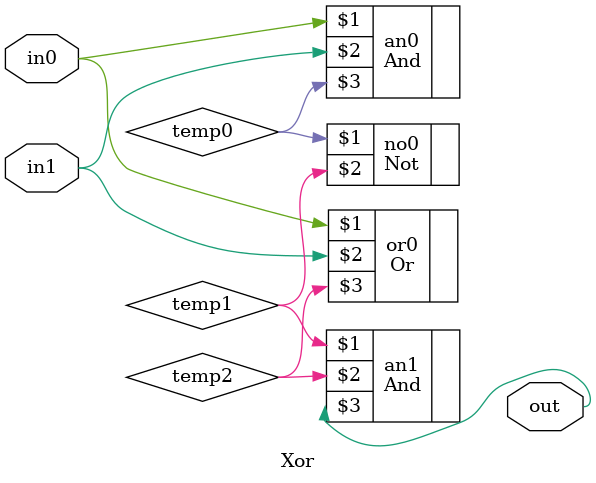
<source format=v>
module Xor(in0, in1, out);
input in0, in1;
output out;

And an0(in0, in1, temp0);
Not no0(temp0, temp1);
Or or0(in0, in1, temp2);
And an1(temp1, temp2, out);

endmodule
</source>
